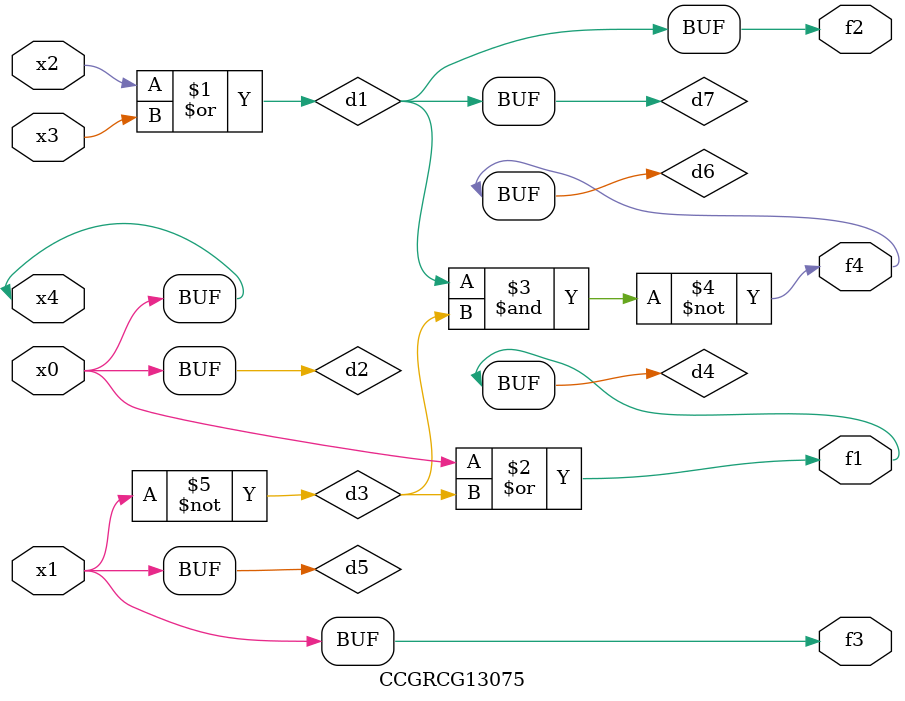
<source format=v>
module CCGRCG13075(
	input x0, x1, x2, x3, x4,
	output f1, f2, f3, f4
);

	wire d1, d2, d3, d4, d5, d6, d7;

	or (d1, x2, x3);
	buf (d2, x0, x4);
	not (d3, x1);
	or (d4, d2, d3);
	not (d5, d3);
	nand (d6, d1, d3);
	or (d7, d1);
	assign f1 = d4;
	assign f2 = d7;
	assign f3 = d5;
	assign f4 = d6;
endmodule

</source>
